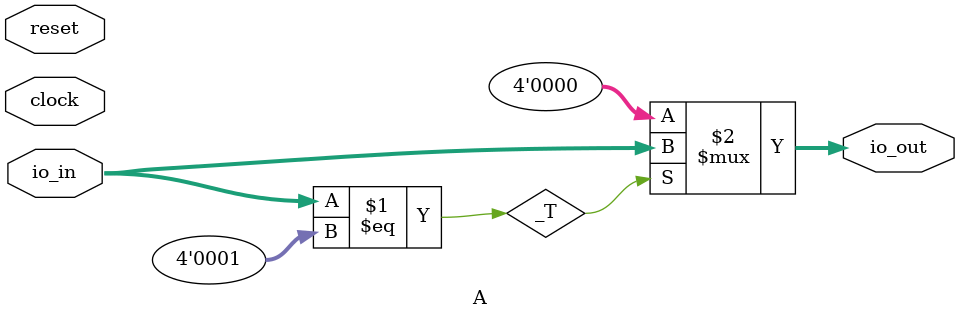
<source format=v>
module A(
  input        clock,
  input        reset,
  output [3:0] io_out,
  input  [3:0] io_in
);
  wire  _T = io_in == 4'h1; // @[when.scala 12:20]
  assign io_out = _T ? io_in : 4'h0; // @[when.scala 11:16 13:9 14:24]
endmodule

</source>
